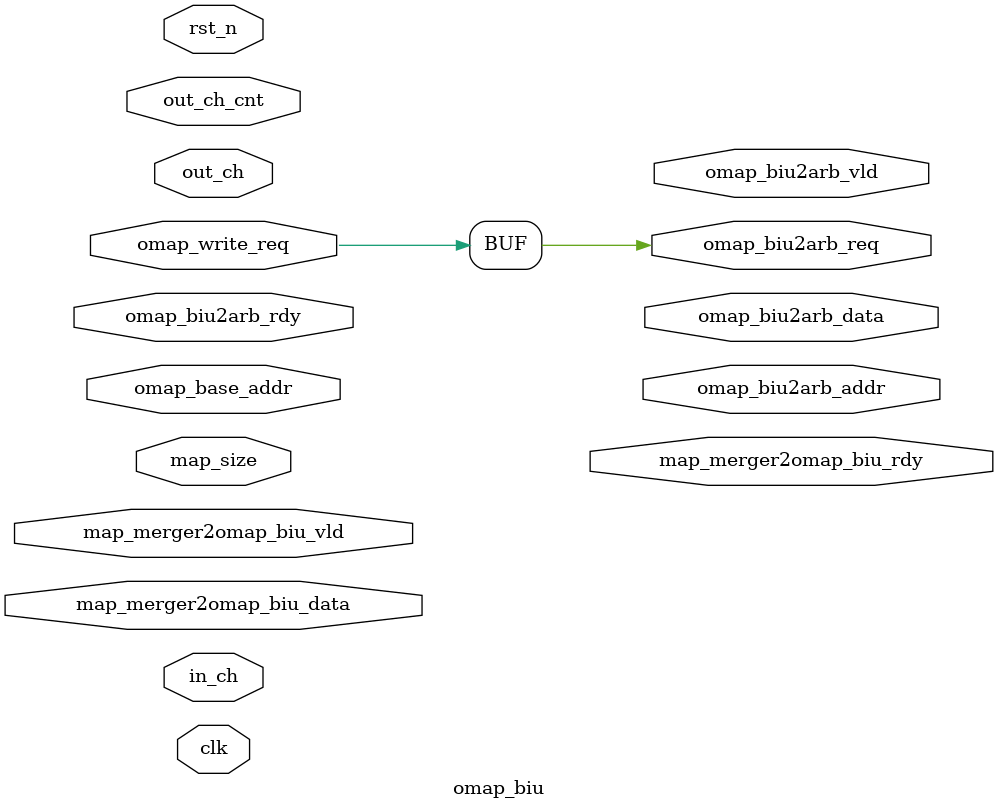
<source format=v>
`timescale 1ns/1ps

module omap_biu
(
input              clk,
input              rst_n,

// control signal
input  [7:0]       in_ch,
input  [7:0]       out_ch,
input  [15:0]      map_size,
input  [31:0]      omap_base_addr,
input  [7:0]       out_ch_cnt,
input              omap_write_req,

// omap biu to arbiter req signal
output             omap_biu2arb_req,
output [31:0]      omap_biu2arb_addr,
output [31:0]      omap_biu2arb_data,
output             omap_biu2arb_vld,
input              omap_biu2arb_rdy,

// map merger to omap biu signal
input  [31:0]      map_merger2omap_biu_data,
input              map_merger2omap_biu_vld,
output             map_merger2omap_biu_rdy

);

assign omap_biu2arb_req = omap_write_req;

endmodule


</source>
